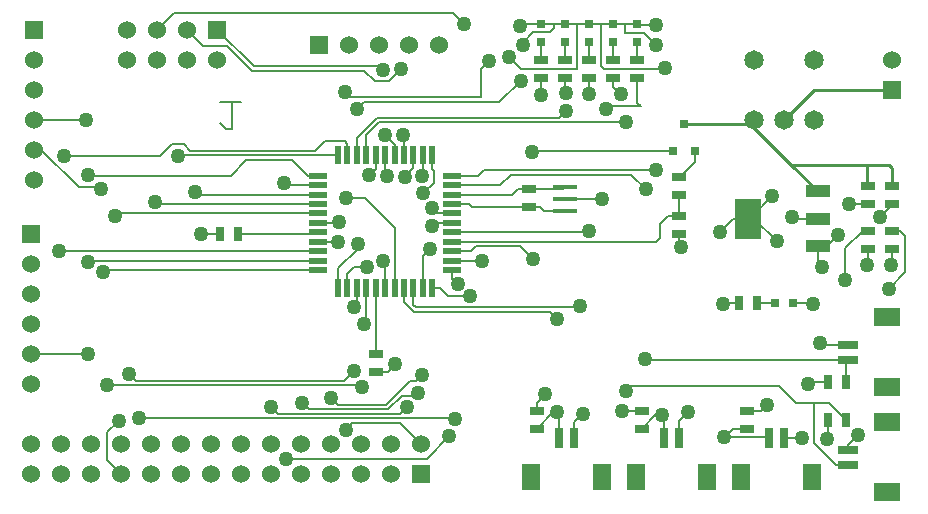
<source format=gtl>
G04 (created by PCBNEW-RS274X (2012-01-19 BZR 3256)-stable) date 4/10/2013 11:47:38 AM*
G01*
G70*
G90*
%MOIN*%
G04 Gerber Fmt 3.4, Leading zero omitted, Abs format*
%FSLAX34Y34*%
G04 APERTURE LIST*
%ADD10C,0.006000*%
%ADD11R,0.086600X0.137800*%
%ADD12R,0.078700X0.043300*%
%ADD13R,0.045000X0.025000*%
%ADD14R,0.025000X0.045000*%
%ADD15C,0.065000*%
%ADD16R,0.060000X0.060000*%
%ADD17C,0.060000*%
%ADD18R,0.031400X0.031400*%
%ADD19R,0.078700X0.015700*%
%ADD20R,0.019700X0.059100*%
%ADD21R,0.059100X0.019700*%
%ADD22R,0.030000X0.030000*%
%ADD23R,0.063000X0.086600*%
%ADD24R,0.027600X0.070900*%
%ADD25R,0.086600X0.063000*%
%ADD26R,0.070900X0.027600*%
%ADD27C,0.050000*%
%ADD28C,0.007000*%
%ADD29C,0.010000*%
G04 APERTURE END LIST*
G54D10*
G54D11*
X72300Y-47300D03*
G54D12*
X74623Y-48206D03*
X74623Y-47300D03*
X74623Y-46394D03*
G54D13*
X76300Y-46200D03*
X76300Y-46800D03*
X77100Y-46200D03*
X77100Y-46800D03*
X76300Y-47700D03*
X76300Y-48300D03*
X77100Y-47700D03*
X77100Y-48300D03*
G54D14*
X54700Y-47800D03*
X55300Y-47800D03*
G54D13*
X59900Y-52400D03*
X59900Y-51800D03*
X70000Y-47200D03*
X70000Y-47800D03*
X70000Y-45900D03*
X70000Y-46500D03*
X65250Y-53700D03*
X65250Y-54300D03*
G54D14*
X72600Y-50100D03*
X72000Y-50100D03*
G54D13*
X68750Y-53700D03*
X68750Y-54300D03*
X72250Y-53700D03*
X72250Y-54300D03*
G54D14*
X74950Y-54000D03*
X75550Y-54000D03*
X74950Y-52750D03*
X75550Y-52750D03*
G54D13*
X65000Y-46300D03*
X65000Y-46900D03*
G54D15*
X73500Y-44000D03*
X72500Y-42000D03*
X74500Y-42000D03*
X72500Y-44000D03*
X74500Y-44000D03*
G54D16*
X58000Y-41500D03*
G54D17*
X59000Y-41500D03*
X60000Y-41500D03*
X61000Y-41500D03*
X62000Y-41500D03*
G54D16*
X54600Y-41000D03*
G54D17*
X54600Y-42000D03*
X53600Y-41000D03*
X53600Y-42000D03*
X52600Y-41000D03*
X52600Y-42000D03*
X51600Y-41000D03*
X51600Y-42000D03*
G54D16*
X77100Y-43000D03*
G54D17*
X77100Y-42000D03*
G54D16*
X48500Y-41000D03*
G54D17*
X48500Y-42000D03*
X48500Y-43000D03*
X48500Y-44000D03*
X48500Y-45000D03*
X48500Y-46000D03*
G54D16*
X48400Y-47800D03*
G54D17*
X48400Y-48800D03*
X48400Y-49800D03*
X48400Y-50800D03*
X48400Y-51800D03*
X48400Y-52800D03*
G54D18*
X73205Y-50100D03*
X73795Y-50100D03*
G54D19*
X66181Y-46260D03*
X66181Y-46654D03*
X66181Y-47048D03*
G54D20*
X58624Y-45194D03*
X58939Y-45194D03*
X59254Y-45194D03*
X59569Y-45194D03*
X59884Y-45194D03*
X60199Y-45194D03*
X60514Y-45194D03*
X60829Y-45194D03*
X61144Y-45194D03*
X61459Y-45194D03*
X61774Y-45194D03*
G54D21*
X62442Y-49015D03*
X62442Y-48700D03*
X62442Y-48385D03*
X62442Y-48070D03*
X62442Y-47755D03*
X62442Y-47440D03*
X62442Y-47125D03*
X62442Y-46810D03*
X62442Y-46495D03*
X62442Y-46180D03*
X62442Y-45865D03*
G54D20*
X61774Y-49604D03*
X61459Y-49604D03*
X61144Y-49604D03*
X60829Y-49604D03*
X60514Y-49604D03*
X60199Y-49604D03*
X59884Y-49604D03*
X59569Y-49604D03*
X59254Y-49604D03*
X58939Y-49604D03*
X58624Y-49604D03*
G54D21*
X57953Y-45865D03*
X57953Y-46180D03*
X57953Y-46495D03*
X57953Y-46810D03*
X57953Y-47125D03*
X57953Y-47440D03*
X57953Y-47755D03*
X57953Y-48070D03*
X57953Y-48385D03*
X57953Y-48700D03*
X57953Y-49015D03*
G54D16*
X61400Y-55800D03*
G54D17*
X61400Y-54800D03*
X60400Y-55800D03*
X60400Y-54800D03*
X59400Y-55800D03*
X59400Y-54800D03*
X58400Y-55800D03*
X58400Y-54800D03*
X57400Y-55800D03*
X57400Y-54800D03*
X56400Y-55800D03*
X56400Y-54800D03*
X55400Y-55800D03*
X55400Y-54800D03*
X54400Y-55800D03*
X54400Y-54800D03*
X53400Y-55800D03*
X53400Y-54800D03*
X52400Y-55800D03*
X52400Y-54800D03*
X51400Y-55800D03*
X51400Y-54800D03*
X50400Y-55800D03*
X50400Y-54800D03*
X49400Y-55800D03*
X49400Y-54800D03*
X48400Y-55800D03*
X48400Y-54800D03*
G54D18*
X66200Y-40805D03*
X66200Y-41395D03*
X67800Y-40805D03*
X67800Y-41395D03*
G54D13*
X65400Y-42000D03*
X65400Y-42600D03*
X66200Y-42000D03*
X66200Y-42600D03*
X67000Y-42000D03*
X67000Y-42600D03*
X67800Y-42000D03*
X67800Y-42600D03*
X68600Y-42000D03*
X68600Y-42600D03*
G54D18*
X65400Y-40805D03*
X65400Y-41395D03*
X67000Y-40805D03*
X67000Y-41395D03*
X68600Y-40805D03*
X68600Y-41395D03*
G54D22*
X70160Y-44140D03*
X70530Y-45040D03*
X69790Y-45040D03*
G54D23*
X67421Y-55925D03*
X65079Y-55925D03*
G54D24*
X66496Y-54626D03*
X66004Y-54626D03*
G54D23*
X70921Y-55925D03*
X68579Y-55925D03*
G54D24*
X69996Y-54626D03*
X69504Y-54626D03*
G54D23*
X74421Y-55925D03*
X72079Y-55925D03*
G54D24*
X73496Y-54626D03*
X73004Y-54626D03*
G54D25*
X76925Y-54079D03*
X76925Y-56421D03*
G54D26*
X75626Y-55004D03*
X75626Y-55496D03*
G54D25*
X76925Y-50579D03*
X76925Y-52921D03*
G54D26*
X75626Y-51504D03*
X75626Y-51996D03*
G54D27*
X51200Y-47200D03*
X60120Y-42340D03*
X60200Y-44520D03*
X60720Y-42320D03*
X60800Y-44500D03*
X49500Y-45200D03*
X50940Y-52860D03*
X59440Y-52920D03*
X59500Y-50800D03*
X58880Y-54340D03*
X58640Y-48080D03*
X58860Y-43080D03*
X63660Y-42040D03*
X68060Y-43160D03*
X59280Y-48140D03*
X64720Y-42700D03*
X67560Y-43640D03*
X59580Y-48920D03*
X59260Y-43640D03*
X65920Y-50640D03*
X65380Y-43180D03*
X66680Y-50220D03*
X66220Y-43120D03*
X67000Y-43140D03*
X67000Y-47700D03*
X51660Y-52480D03*
X51320Y-54040D03*
X59160Y-50260D03*
X59160Y-52380D03*
X60920Y-53580D03*
X56400Y-53580D03*
X60860Y-45900D03*
X57440Y-53440D03*
X61300Y-53100D03*
X61440Y-45880D03*
X58400Y-53280D03*
X61460Y-46460D03*
X61440Y-52520D03*
X50800Y-49080D03*
X50740Y-46300D03*
X50300Y-45860D03*
X50240Y-44000D03*
X49320Y-48380D03*
X50300Y-51800D03*
X50300Y-48760D03*
X52000Y-53960D03*
X62520Y-53980D03*
X62620Y-49480D03*
X53300Y-45200D03*
X70300Y-53740D03*
X66780Y-53800D03*
X74700Y-51440D03*
X74450Y-50150D03*
X54060Y-47800D03*
X60260Y-45880D03*
X61760Y-46960D03*
X58660Y-47400D03*
X74080Y-54620D03*
X60140Y-48720D03*
X74750Y-48900D03*
X75960Y-54520D03*
X75300Y-47850D03*
X76700Y-47250D03*
X76250Y-48850D03*
X70050Y-48250D03*
X75650Y-46800D03*
X77050Y-48850D03*
X67420Y-46660D03*
X58880Y-46620D03*
X68240Y-44080D03*
X68240Y-53040D03*
X61700Y-48300D03*
X63040Y-49880D03*
X62340Y-54560D03*
X56840Y-46120D03*
X56900Y-55300D03*
X71500Y-54580D03*
X68860Y-51980D03*
X68880Y-46320D03*
X62840Y-40820D03*
X63420Y-48700D03*
X52520Y-46740D03*
X65080Y-45080D03*
X65120Y-48640D03*
X66220Y-43700D03*
X65940Y-53760D03*
X53860Y-46400D03*
X69220Y-45680D03*
X69420Y-53840D03*
X68080Y-53700D03*
X65540Y-53140D03*
X74300Y-52800D03*
X73250Y-48050D03*
X74940Y-54640D03*
X73100Y-46550D03*
X61760Y-47560D03*
X71450Y-50150D03*
X72940Y-53500D03*
X71350Y-47750D03*
X64320Y-41920D03*
X75540Y-49360D03*
X59660Y-45860D03*
X73750Y-47250D03*
X76980Y-49640D03*
X64780Y-41500D03*
X69240Y-41500D03*
X69540Y-42280D03*
X60520Y-52160D03*
X64680Y-40880D03*
X69240Y-40840D03*
G54D28*
X54900Y-44300D02*
X54700Y-44100D01*
X55100Y-43400D02*
X55400Y-43400D01*
X55100Y-43400D02*
X55100Y-44300D01*
X54700Y-43400D02*
X55100Y-43400D01*
X55100Y-44300D02*
X54900Y-44300D01*
G54D29*
X76250Y-46150D02*
X76300Y-46200D01*
X73740Y-45511D02*
X76250Y-45511D01*
X72360Y-44140D02*
X72500Y-44000D01*
X77100Y-45600D02*
X77100Y-46200D01*
X76250Y-45511D02*
X77011Y-45511D01*
X77011Y-45511D02*
X77100Y-45600D01*
X73740Y-45511D02*
X74623Y-46394D01*
X76250Y-45511D02*
X76250Y-46150D01*
X72500Y-44000D02*
X72500Y-44271D01*
X72500Y-44271D02*
X73740Y-45511D01*
X70160Y-44140D02*
X72360Y-44140D01*
G54D28*
X51275Y-47125D02*
X51200Y-47200D01*
X57953Y-47125D02*
X51275Y-47125D01*
X55820Y-42220D02*
X54600Y-41000D01*
X60120Y-42340D02*
X60000Y-42220D01*
X60000Y-42220D02*
X55820Y-42220D01*
X60514Y-44834D02*
X60200Y-44520D01*
X60514Y-45194D02*
X60514Y-44834D01*
X60320Y-42720D02*
X59848Y-42720D01*
X54140Y-41540D02*
X53600Y-41000D01*
X54926Y-41540D02*
X54140Y-41540D01*
X59848Y-42720D02*
X59500Y-42372D01*
X60829Y-45194D02*
X60829Y-44529D01*
X55758Y-42372D02*
X54926Y-41540D01*
X59500Y-42372D02*
X55758Y-42372D01*
X60829Y-44529D02*
X60800Y-44500D01*
X60720Y-42320D02*
X60320Y-42720D01*
X53080Y-44820D02*
X52700Y-45200D01*
X53702Y-45042D02*
X53480Y-44820D01*
X57860Y-45042D02*
X53702Y-45042D01*
X58939Y-44799D02*
X58860Y-44720D01*
X52700Y-45200D02*
X49500Y-45200D01*
X58182Y-44720D02*
X57860Y-45042D01*
X58939Y-45194D02*
X58939Y-44799D01*
X58860Y-44720D02*
X58182Y-44720D01*
X53480Y-44820D02*
X53080Y-44820D01*
X59569Y-50691D02*
X59569Y-49604D01*
X59569Y-50691D02*
X59569Y-50731D01*
X59440Y-52920D02*
X59380Y-52860D01*
X59569Y-50731D02*
X59500Y-50800D01*
X59380Y-52860D02*
X50940Y-52860D01*
X57953Y-48070D02*
X58630Y-48070D01*
X59108Y-54112D02*
X60712Y-54112D01*
X60712Y-54112D02*
X61400Y-54800D01*
X58880Y-54340D02*
X59108Y-54112D01*
X58630Y-48070D02*
X58640Y-48080D01*
X63380Y-43260D02*
X63380Y-42320D01*
X68060Y-43160D02*
X67800Y-42900D01*
X67800Y-42600D02*
X67800Y-42900D01*
X58624Y-48956D02*
X59280Y-48300D01*
X59040Y-43260D02*
X63380Y-43260D01*
X59280Y-48300D02*
X59280Y-48140D01*
X58860Y-43080D02*
X59040Y-43260D01*
X63380Y-42320D02*
X63660Y-42040D01*
X58624Y-48956D02*
X58624Y-49604D01*
X68600Y-43440D02*
X68600Y-42600D01*
X59260Y-43640D02*
X59480Y-43420D01*
X64000Y-43420D02*
X64720Y-42700D01*
X59480Y-43420D02*
X64000Y-43420D01*
X67560Y-43640D02*
X67640Y-43560D01*
X58939Y-49141D02*
X59160Y-48920D01*
X68720Y-43560D02*
X68600Y-43440D01*
X59160Y-48920D02*
X59580Y-48920D01*
X58939Y-49604D02*
X58939Y-49141D01*
X67640Y-43560D02*
X68720Y-43560D01*
X61178Y-50412D02*
X65692Y-50412D01*
X60829Y-49604D02*
X60829Y-50063D01*
X65692Y-50412D02*
X65920Y-50640D01*
X65400Y-43160D02*
X65400Y-42600D01*
X65380Y-43180D02*
X65400Y-43160D01*
X60829Y-50063D02*
X61178Y-50412D01*
X66640Y-50260D02*
X66680Y-50220D01*
X61144Y-49604D02*
X61144Y-50164D01*
X61240Y-50260D02*
X66640Y-50260D01*
X66200Y-43100D02*
X66200Y-42600D01*
X66220Y-43120D02*
X66200Y-43100D01*
X61144Y-50164D02*
X61240Y-50260D01*
X67000Y-43140D02*
X67000Y-42600D01*
X62442Y-47755D02*
X66945Y-47755D01*
X66945Y-47755D02*
X67000Y-47700D01*
X50940Y-54420D02*
X50940Y-55340D01*
X58832Y-52708D02*
X51888Y-52708D01*
X51888Y-52708D02*
X51660Y-52480D01*
X59254Y-49604D02*
X59254Y-50166D01*
X59160Y-52380D02*
X58832Y-52708D01*
X59254Y-50166D02*
X59160Y-50260D01*
X50940Y-55340D02*
X51400Y-55800D01*
X51320Y-54040D02*
X50940Y-54420D01*
X60920Y-53580D02*
X60692Y-53808D01*
X56628Y-53808D02*
X56400Y-53580D01*
X61144Y-45616D02*
X60860Y-45900D01*
X60692Y-53808D02*
X56628Y-53808D01*
X61144Y-45194D02*
X61144Y-45616D01*
X61459Y-45861D02*
X61440Y-45880D01*
X61459Y-45194D02*
X61459Y-45861D01*
X60756Y-53200D02*
X60300Y-53656D01*
X60300Y-53656D02*
X57656Y-53656D01*
X57656Y-53656D02*
X57440Y-53440D01*
X61200Y-53200D02*
X60756Y-53200D01*
X61300Y-53100D02*
X61200Y-53200D01*
X61440Y-52520D02*
X61240Y-52720D01*
X61774Y-45194D02*
X61774Y-45654D01*
X61774Y-45654D02*
X61820Y-45700D01*
X61820Y-45700D02*
X61820Y-46100D01*
X61240Y-52720D02*
X61022Y-52720D01*
X60238Y-53504D02*
X58624Y-53504D01*
X61820Y-46100D02*
X61460Y-46460D01*
X61022Y-52720D02*
X60238Y-53504D01*
X58624Y-53504D02*
X58400Y-53280D01*
X50865Y-49015D02*
X50800Y-49080D01*
X48740Y-45000D02*
X48500Y-45000D01*
X57953Y-49015D02*
X50865Y-49015D01*
X50700Y-46260D02*
X50000Y-46260D01*
X50740Y-46300D02*
X50700Y-46260D01*
X50000Y-46260D02*
X48740Y-45000D01*
X55060Y-45865D02*
X50305Y-45865D01*
X50240Y-44000D02*
X48500Y-44000D01*
X55579Y-45346D02*
X55060Y-45865D01*
X57106Y-45346D02*
X55579Y-45346D01*
X57625Y-45865D02*
X57106Y-45346D01*
X50305Y-45865D02*
X50300Y-45860D01*
X57953Y-45865D02*
X57625Y-45865D01*
X57953Y-48385D02*
X49325Y-48385D01*
X49325Y-48385D02*
X49320Y-48380D01*
X50300Y-51800D02*
X48400Y-51800D01*
X57953Y-48700D02*
X50360Y-48700D01*
X50360Y-48700D02*
X50300Y-48760D01*
X62442Y-49302D02*
X62620Y-49480D01*
X62442Y-49015D02*
X62442Y-49302D01*
X62500Y-53960D02*
X52000Y-53960D01*
X62520Y-53980D02*
X62500Y-53960D01*
X58624Y-45194D02*
X53306Y-45194D01*
X53306Y-45194D02*
X53300Y-45200D01*
X75626Y-54854D02*
X75960Y-54520D01*
X69996Y-54044D02*
X70300Y-53740D01*
X66496Y-54626D02*
X66496Y-54084D01*
X69996Y-54626D02*
X69996Y-54044D01*
X66496Y-54084D02*
X66780Y-53800D01*
X60199Y-45819D02*
X60199Y-45194D01*
X73496Y-54626D02*
X74074Y-54626D01*
X74074Y-54626D02*
X74080Y-54620D01*
X74764Y-51504D02*
X74700Y-51440D01*
X75626Y-51504D02*
X74764Y-51504D01*
X66181Y-46654D02*
X67414Y-46654D01*
X75626Y-55004D02*
X75626Y-54854D01*
X60199Y-48779D02*
X60140Y-48720D01*
X54700Y-47800D02*
X54060Y-47800D01*
X60199Y-49604D02*
X60199Y-48779D01*
X57953Y-47440D02*
X58620Y-47440D01*
X61925Y-47125D02*
X62442Y-47125D01*
X76300Y-46800D02*
X75650Y-46800D01*
X76300Y-48800D02*
X76250Y-48850D01*
X67414Y-46654D02*
X67420Y-46660D01*
X74623Y-48206D02*
X74944Y-48206D01*
X74623Y-48206D02*
X74623Y-48773D01*
X61925Y-47125D02*
X61760Y-46960D01*
X58620Y-47440D02*
X58660Y-47400D01*
X77100Y-48300D02*
X77100Y-48800D01*
X77100Y-46800D02*
X77100Y-46850D01*
X74944Y-48206D02*
X75300Y-47850D01*
X77100Y-48800D02*
X77050Y-48850D01*
X70000Y-47800D02*
X70000Y-48200D01*
X70000Y-48200D02*
X70050Y-48250D01*
X76300Y-48300D02*
X76300Y-48800D01*
X73795Y-50100D02*
X74400Y-50100D01*
X60199Y-45819D02*
X60260Y-45880D01*
X74623Y-48773D02*
X74750Y-48900D01*
X74400Y-50100D02*
X74450Y-50150D01*
X77100Y-46850D02*
X76700Y-47250D01*
X60514Y-49604D02*
X60514Y-47614D01*
X60514Y-47614D02*
X59520Y-46620D01*
X59520Y-46620D02*
X58880Y-46620D01*
X74500Y-54780D02*
X74500Y-53440D01*
X75216Y-55496D02*
X74500Y-54780D01*
X75626Y-55496D02*
X75216Y-55496D01*
X60000Y-44080D02*
X68240Y-44080D01*
X59569Y-45194D02*
X59569Y-44511D01*
X59569Y-44511D02*
X60000Y-44080D01*
X73900Y-53440D02*
X74500Y-53440D01*
X74500Y-53440D02*
X74990Y-53440D01*
X74990Y-53440D02*
X75550Y-54000D01*
X73340Y-52880D02*
X73900Y-53440D01*
X68240Y-53040D02*
X68400Y-52880D01*
X68400Y-52880D02*
X73340Y-52880D01*
X67000Y-41395D02*
X67000Y-42000D01*
X65400Y-42000D02*
X65400Y-41395D01*
X66200Y-41395D02*
X66200Y-42000D01*
X67800Y-42000D02*
X67800Y-41395D01*
X68600Y-41395D02*
X68600Y-42000D01*
X61459Y-48541D02*
X61700Y-48300D01*
X61459Y-49604D02*
X61459Y-48541D01*
X65508Y-47048D02*
X66181Y-47048D01*
X63100Y-46900D02*
X63010Y-46810D01*
X65360Y-46900D02*
X65508Y-47048D01*
X63010Y-46810D02*
X62442Y-46810D01*
X65000Y-46900D02*
X63100Y-46900D01*
X65000Y-46900D02*
X65360Y-46900D01*
X62024Y-49604D02*
X62300Y-49880D01*
X62300Y-49880D02*
X63040Y-49880D01*
X61774Y-49604D02*
X62024Y-49604D01*
X71500Y-54580D02*
X72958Y-54580D01*
X72958Y-54580D02*
X73004Y-54626D01*
X57953Y-46180D02*
X56900Y-46180D01*
X56900Y-46180D02*
X56840Y-46120D01*
X71500Y-54580D02*
X71780Y-54300D01*
X61600Y-55300D02*
X62340Y-54560D01*
X56900Y-55300D02*
X61600Y-55300D01*
X71780Y-54300D02*
X72250Y-54300D01*
X68860Y-51980D02*
X68876Y-51996D01*
X63860Y-46180D02*
X64032Y-46180D01*
X68876Y-51996D02*
X75626Y-51996D01*
X64032Y-46180D02*
X64380Y-45832D01*
X68392Y-45832D02*
X68880Y-46320D01*
X64380Y-45832D02*
X68392Y-45832D01*
X75550Y-52072D02*
X75626Y-51996D01*
X62442Y-46180D02*
X63860Y-46180D01*
X75550Y-52750D02*
X75550Y-52072D01*
X63860Y-46180D02*
X63840Y-46180D01*
X62442Y-48700D02*
X63420Y-48700D01*
X62840Y-40820D02*
X62460Y-40440D01*
X53160Y-40440D02*
X52600Y-41000D01*
X62460Y-40440D02*
X53160Y-40440D01*
X57953Y-46810D02*
X52590Y-46810D01*
X52590Y-46810D02*
X52520Y-46740D01*
X65120Y-45040D02*
X65080Y-45080D01*
X64702Y-48222D02*
X63238Y-48222D01*
X65120Y-48640D02*
X64702Y-48222D01*
X63238Y-48222D02*
X63075Y-48385D01*
X69790Y-45040D02*
X65120Y-45040D01*
X63075Y-48385D02*
X62442Y-48385D01*
X65790Y-53760D02*
X65250Y-54300D01*
X65940Y-53760D02*
X65790Y-53760D01*
X59254Y-45194D02*
X59254Y-44612D01*
X66004Y-53824D02*
X66004Y-54626D01*
X59254Y-44612D02*
X59938Y-43928D01*
X65940Y-53760D02*
X66004Y-53824D01*
X65992Y-43928D02*
X66220Y-43700D01*
X59938Y-43928D02*
X65992Y-43928D01*
X57953Y-46495D02*
X53955Y-46495D01*
X53955Y-46495D02*
X53860Y-46400D01*
X66141Y-46300D02*
X66181Y-46260D01*
X65000Y-46300D02*
X64620Y-46300D01*
X64620Y-46300D02*
X64425Y-46495D01*
X64425Y-46495D02*
X62442Y-46495D01*
X65000Y-46300D02*
X66141Y-46300D01*
X69230Y-48070D02*
X62442Y-48070D01*
X70000Y-46500D02*
X70000Y-47200D01*
X69360Y-47940D02*
X69230Y-48070D01*
X69640Y-47200D02*
X69360Y-47480D01*
X69360Y-47480D02*
X69360Y-47940D01*
X70000Y-47200D02*
X69640Y-47200D01*
X69420Y-53840D02*
X69210Y-53840D01*
X69210Y-53840D02*
X68750Y-54300D01*
X63480Y-45680D02*
X69220Y-45680D01*
X63295Y-45865D02*
X63480Y-45680D01*
X62442Y-45865D02*
X63295Y-45865D01*
X69504Y-53924D02*
X69504Y-54626D01*
X69420Y-53840D02*
X69504Y-53924D01*
X70040Y-45900D02*
X70530Y-45410D01*
X70000Y-45900D02*
X70040Y-45900D01*
X70530Y-45410D02*
X70530Y-45040D01*
G54D29*
X77100Y-43000D02*
X74500Y-43000D01*
X74500Y-43000D02*
X73500Y-44000D01*
G54D28*
X72600Y-50100D02*
X73205Y-50100D01*
X55300Y-47800D02*
X57908Y-47800D01*
X57908Y-47800D02*
X57953Y-47755D01*
X59900Y-49620D02*
X59884Y-49604D01*
X59900Y-51800D02*
X59900Y-49620D01*
X72250Y-53700D02*
X72740Y-53700D01*
X71800Y-47300D02*
X71350Y-47750D01*
X68750Y-53700D02*
X68080Y-53700D01*
X65250Y-53430D02*
X65540Y-53140D01*
X72740Y-53700D02*
X72940Y-53500D01*
X74950Y-52750D02*
X74350Y-52750D01*
X74350Y-52750D02*
X74300Y-52800D01*
X74950Y-54000D02*
X74950Y-54630D01*
X74950Y-54630D02*
X74940Y-54640D01*
X76120Y-47700D02*
X75540Y-48280D01*
X73800Y-47300D02*
X73750Y-47250D01*
X65400Y-40805D02*
X65820Y-40805D01*
X65250Y-53700D02*
X65250Y-53430D01*
X71500Y-50100D02*
X71450Y-50150D01*
X60280Y-52400D02*
X60520Y-52160D01*
X72500Y-47300D02*
X73250Y-48050D01*
X72350Y-47300D02*
X73100Y-46550D01*
X76300Y-47700D02*
X76120Y-47700D01*
X72000Y-50100D02*
X71500Y-50100D01*
X65820Y-40805D02*
X66200Y-40805D01*
X61880Y-47440D02*
X62442Y-47440D01*
X72300Y-47300D02*
X72350Y-47300D01*
X61880Y-47440D02*
X61760Y-47560D01*
X74623Y-47300D02*
X73800Y-47300D01*
X69520Y-42300D02*
X69540Y-42280D01*
X72300Y-47300D02*
X71800Y-47300D01*
X59900Y-52400D02*
X60280Y-52400D01*
X59884Y-45636D02*
X59660Y-45860D01*
X59884Y-45636D02*
X59884Y-45194D01*
X75540Y-48280D02*
X75540Y-49360D01*
X65700Y-41080D02*
X65140Y-41080D01*
X64780Y-41440D02*
X64780Y-41500D01*
X66600Y-42300D02*
X66580Y-42320D01*
X64720Y-42320D02*
X64320Y-41920D01*
X68200Y-41120D02*
X68220Y-41100D01*
X66600Y-40805D02*
X67000Y-40805D01*
X67380Y-42200D02*
X67480Y-42300D01*
X68200Y-40805D02*
X68200Y-41120D01*
X66580Y-42320D02*
X64720Y-42320D01*
X67480Y-42300D02*
X69520Y-42300D01*
X77360Y-47700D02*
X77540Y-47880D01*
X65400Y-40805D02*
X64755Y-40805D01*
X77100Y-47700D02*
X77360Y-47700D01*
X67380Y-40805D02*
X67380Y-42200D01*
X66200Y-40805D02*
X66600Y-40805D01*
X77540Y-47880D02*
X77540Y-49080D01*
X65820Y-40960D02*
X65700Y-41080D01*
X64755Y-40805D02*
X64680Y-40880D01*
X68635Y-40840D02*
X69240Y-40840D01*
X68600Y-40805D02*
X68635Y-40840D01*
X68200Y-40805D02*
X68600Y-40805D01*
X67380Y-40805D02*
X67800Y-40805D01*
X72300Y-47300D02*
X72500Y-47300D01*
X65140Y-41080D02*
X64780Y-41440D01*
X66600Y-40805D02*
X66600Y-42300D01*
X65820Y-40805D02*
X65820Y-40960D01*
X68220Y-41100D02*
X68840Y-41100D01*
X68840Y-41100D02*
X69240Y-41500D01*
X67800Y-40805D02*
X68200Y-40805D01*
X67000Y-40805D02*
X67380Y-40805D01*
X77540Y-49080D02*
X76980Y-49640D01*
M02*

</source>
